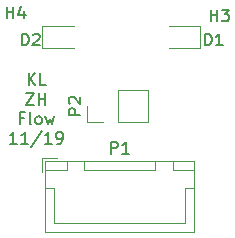
<source format=gbr>
G04 #@! TF.GenerationSoftware,KiCad,Pcbnew,(5.1.2-1)-1*
G04 #@! TF.CreationDate,2019-11-08T10:29:16-05:00*
G04 #@! TF.ProjectId,flow_rate,666c6f77-5f72-4617-9465-2e6b69636164,rev?*
G04 #@! TF.SameCoordinates,Original*
G04 #@! TF.FileFunction,Legend,Top*
G04 #@! TF.FilePolarity,Positive*
%FSLAX46Y46*%
G04 Gerber Fmt 4.6, Leading zero omitted, Abs format (unit mm)*
G04 Created by KiCad (PCBNEW (5.1.2-1)-1) date 2019-11-08 10:29:16*
%MOMM*%
%LPD*%
G04 APERTURE LIST*
%ADD10C,0.150000*%
%ADD11C,0.120000*%
G04 APERTURE END LIST*
D10*
X175863333Y-45221380D02*
X175863333Y-44221380D01*
X176434761Y-45221380D02*
X176006190Y-44649952D01*
X176434761Y-44221380D02*
X175863333Y-44792809D01*
X177339523Y-45221380D02*
X176863333Y-45221380D01*
X176863333Y-44221380D01*
X175672857Y-45871380D02*
X176339523Y-45871380D01*
X175672857Y-46871380D01*
X176339523Y-46871380D01*
X176720476Y-46871380D02*
X176720476Y-45871380D01*
X176720476Y-46347571D02*
X177291904Y-46347571D01*
X177291904Y-46871380D02*
X177291904Y-45871380D01*
X175434761Y-47997571D02*
X175101428Y-47997571D01*
X175101428Y-48521380D02*
X175101428Y-47521380D01*
X175577619Y-47521380D01*
X176101428Y-48521380D02*
X176006190Y-48473761D01*
X175958571Y-48378523D01*
X175958571Y-47521380D01*
X176625238Y-48521380D02*
X176530000Y-48473761D01*
X176482380Y-48426142D01*
X176434761Y-48330904D01*
X176434761Y-48045190D01*
X176482380Y-47949952D01*
X176530000Y-47902333D01*
X176625238Y-47854714D01*
X176768095Y-47854714D01*
X176863333Y-47902333D01*
X176910952Y-47949952D01*
X176958571Y-48045190D01*
X176958571Y-48330904D01*
X176910952Y-48426142D01*
X176863333Y-48473761D01*
X176768095Y-48521380D01*
X176625238Y-48521380D01*
X177291904Y-47854714D02*
X177482380Y-48521380D01*
X177672857Y-48045190D01*
X177863333Y-48521380D01*
X178053809Y-47854714D01*
X174863333Y-50171380D02*
X174291904Y-50171380D01*
X174577619Y-50171380D02*
X174577619Y-49171380D01*
X174482380Y-49314238D01*
X174387142Y-49409476D01*
X174291904Y-49457095D01*
X175815714Y-50171380D02*
X175244285Y-50171380D01*
X175530000Y-50171380D02*
X175530000Y-49171380D01*
X175434761Y-49314238D01*
X175339523Y-49409476D01*
X175244285Y-49457095D01*
X176958571Y-49123761D02*
X176101428Y-50409476D01*
X177815714Y-50171380D02*
X177244285Y-50171380D01*
X177530000Y-50171380D02*
X177530000Y-49171380D01*
X177434761Y-49314238D01*
X177339523Y-49409476D01*
X177244285Y-49457095D01*
X178291904Y-50171380D02*
X178482380Y-50171380D01*
X178577619Y-50123761D01*
X178625238Y-50076142D01*
X178720476Y-49933285D01*
X178768095Y-49742809D01*
X178768095Y-49361857D01*
X178720476Y-49266619D01*
X178672857Y-49219000D01*
X178577619Y-49171380D01*
X178387142Y-49171380D01*
X178291904Y-49219000D01*
X178244285Y-49266619D01*
X178196666Y-49361857D01*
X178196666Y-49599952D01*
X178244285Y-49695190D01*
X178291904Y-49742809D01*
X178387142Y-49790428D01*
X178577619Y-49790428D01*
X178672857Y-49742809D01*
X178720476Y-49695190D01*
X178768095Y-49599952D01*
D11*
X190407000Y-40188000D02*
X187722000Y-40188000D01*
X190407000Y-42108000D02*
X190407000Y-40188000D01*
X187722000Y-42108000D02*
X190407000Y-42108000D01*
X179722000Y-40188000D02*
X177037000Y-40188000D01*
X177037000Y-40188000D02*
X177037000Y-42108000D01*
X177037000Y-42108000D02*
X179722000Y-42108000D01*
X177272000Y-51642000D02*
X177272000Y-57612000D01*
X177272000Y-57612000D02*
X189892000Y-57612000D01*
X189892000Y-57612000D02*
X189892000Y-51642000D01*
X189892000Y-51642000D02*
X177272000Y-51642000D01*
X180582000Y-51652000D02*
X180582000Y-52402000D01*
X180582000Y-52402000D02*
X186582000Y-52402000D01*
X186582000Y-52402000D02*
X186582000Y-51652000D01*
X186582000Y-51652000D02*
X180582000Y-51652000D01*
X177282000Y-51652000D02*
X177282000Y-52402000D01*
X177282000Y-52402000D02*
X179082000Y-52402000D01*
X179082000Y-52402000D02*
X179082000Y-51652000D01*
X179082000Y-51652000D02*
X177282000Y-51652000D01*
X188082000Y-51652000D02*
X188082000Y-52402000D01*
X188082000Y-52402000D02*
X189882000Y-52402000D01*
X189882000Y-52402000D02*
X189882000Y-51652000D01*
X189882000Y-51652000D02*
X188082000Y-51652000D01*
X177282000Y-53902000D02*
X178032000Y-53902000D01*
X178032000Y-53902000D02*
X178032000Y-56852000D01*
X178032000Y-56852000D02*
X183582000Y-56852000D01*
X189882000Y-53902000D02*
X189132000Y-53902000D01*
X189132000Y-53902000D02*
X189132000Y-56852000D01*
X189132000Y-56852000D02*
X183582000Y-56852000D01*
X178232000Y-51352000D02*
X176982000Y-51352000D01*
X176982000Y-51352000D02*
X176982000Y-52602000D01*
X185988000Y-48320000D02*
X185988000Y-45660000D01*
X183388000Y-48320000D02*
X185988000Y-48320000D01*
X183388000Y-45660000D02*
X185988000Y-45660000D01*
X183388000Y-48320000D02*
X183388000Y-45660000D01*
X182118000Y-48320000D02*
X180788000Y-48320000D01*
X180788000Y-48320000D02*
X180788000Y-46990000D01*
D10*
X191262095Y-39822380D02*
X191262095Y-38822380D01*
X191262095Y-39298571D02*
X191833523Y-39298571D01*
X191833523Y-39822380D02*
X191833523Y-38822380D01*
X192214476Y-38822380D02*
X192833523Y-38822380D01*
X192500190Y-39203333D01*
X192643047Y-39203333D01*
X192738285Y-39250952D01*
X192785904Y-39298571D01*
X192833523Y-39393809D01*
X192833523Y-39631904D01*
X192785904Y-39727142D01*
X192738285Y-39774761D01*
X192643047Y-39822380D01*
X192357333Y-39822380D01*
X192262095Y-39774761D01*
X192214476Y-39727142D01*
X173990095Y-39568380D02*
X173990095Y-38568380D01*
X173990095Y-39044571D02*
X174561523Y-39044571D01*
X174561523Y-39568380D02*
X174561523Y-38568380D01*
X175466285Y-38901714D02*
X175466285Y-39568380D01*
X175228190Y-38520761D02*
X174990095Y-39235047D01*
X175609142Y-39235047D01*
X190777904Y-41854380D02*
X190777904Y-40854380D01*
X191016000Y-40854380D01*
X191158857Y-40902000D01*
X191254095Y-40997238D01*
X191301714Y-41092476D01*
X191349333Y-41282952D01*
X191349333Y-41425809D01*
X191301714Y-41616285D01*
X191254095Y-41711523D01*
X191158857Y-41806761D01*
X191016000Y-41854380D01*
X190777904Y-41854380D01*
X192301714Y-41854380D02*
X191730285Y-41854380D01*
X192016000Y-41854380D02*
X192016000Y-40854380D01*
X191920761Y-40997238D01*
X191825523Y-41092476D01*
X191730285Y-41140095D01*
X175283904Y-41854380D02*
X175283904Y-40854380D01*
X175522000Y-40854380D01*
X175664857Y-40902000D01*
X175760095Y-40997238D01*
X175807714Y-41092476D01*
X175855333Y-41282952D01*
X175855333Y-41425809D01*
X175807714Y-41616285D01*
X175760095Y-41711523D01*
X175664857Y-41806761D01*
X175522000Y-41854380D01*
X175283904Y-41854380D01*
X176236285Y-40949619D02*
X176283904Y-40902000D01*
X176379142Y-40854380D01*
X176617238Y-40854380D01*
X176712476Y-40902000D01*
X176760095Y-40949619D01*
X176807714Y-41044857D01*
X176807714Y-41140095D01*
X176760095Y-41282952D01*
X176188666Y-41854380D01*
X176807714Y-41854380D01*
X182843904Y-51004380D02*
X182843904Y-50004380D01*
X183224857Y-50004380D01*
X183320095Y-50052000D01*
X183367714Y-50099619D01*
X183415333Y-50194857D01*
X183415333Y-50337714D01*
X183367714Y-50432952D01*
X183320095Y-50480571D01*
X183224857Y-50528190D01*
X182843904Y-50528190D01*
X184367714Y-51004380D02*
X183796285Y-51004380D01*
X184082000Y-51004380D02*
X184082000Y-50004380D01*
X183986761Y-50147238D01*
X183891523Y-50242476D01*
X183796285Y-50290095D01*
X180240380Y-47728095D02*
X179240380Y-47728095D01*
X179240380Y-47347142D01*
X179288000Y-47251904D01*
X179335619Y-47204285D01*
X179430857Y-47156666D01*
X179573714Y-47156666D01*
X179668952Y-47204285D01*
X179716571Y-47251904D01*
X179764190Y-47347142D01*
X179764190Y-47728095D01*
X179335619Y-46775714D02*
X179288000Y-46728095D01*
X179240380Y-46632857D01*
X179240380Y-46394761D01*
X179288000Y-46299523D01*
X179335619Y-46251904D01*
X179430857Y-46204285D01*
X179526095Y-46204285D01*
X179668952Y-46251904D01*
X180240380Y-46823333D01*
X180240380Y-46204285D01*
M02*

</source>
